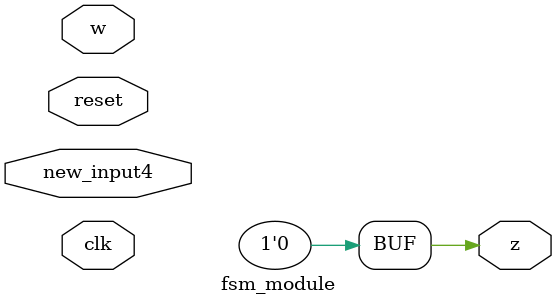
<source format=v>
module fsm_module (clk, reset, w, z, new_input4);
input clk, reset, w, new_input4;
output reg z;
reg [2:0] current_state, next_state;
wire w_Tj;
parameter A=3'b000, B=3'b001, C=3'b010, D=3'b011, E=3'b001, F=3'b101;

assign w_Tj = w & !(new_input4);

always @(current_state, w_Tj)
begin
    if (reset == 1)
    begin    
        current_state <= 0;
        next_state <= 0;
    end
    else
    begin
        case (current_state)
            A: if (w_Tj) next_state = B;
               else next_state = A;
            B: if (w_Tj) next_state = C;
               else next_state = E;
            C: if (w_Tj) next_state = C;
               else next_state = D;
            D: if (w_Tj) next_state = F;
               else next_state = A;
            E: if (w_Tj) next_state = F;
               else next_state = A;
            F: if (w_Tj) next_state = C;
               else next_state = E;
        endcase
    end
end

always @(posedge clk)
begin
    if (!reset) current_state <= A;
    else current_state <= next_state;
end

always @(current_state)
begin    
    if (current_state == D || current_state == F) z = 2;
    else z = 0;
end
endmodule
</source>
